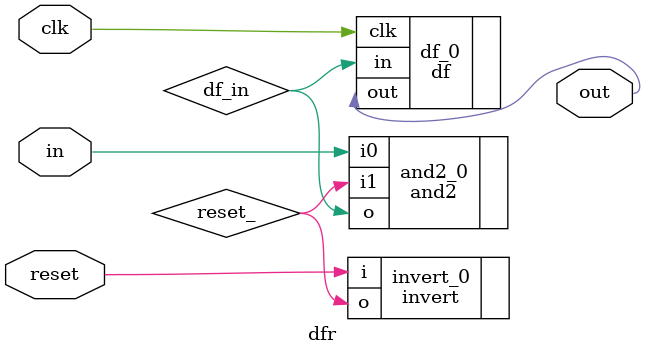
<source format=v>
module dfr (
    input wire clk,         // in clock signal
    input wire reset,       // in reset signal
    input wire in,          // in data signal
    
    output wire out         // out data signal
);

    wire reset_, df_in;

    invert invert_0 (
        .i(reset),
        .o(reset_)
    ); // Module

    and2 and2_0 (
        .i0(in),
        .i1(reset_),
        .o(df_in)
    ); // Module

    df df_0 (
        .clk(clk),
        .in(df_in),
        .out(out)
    ); // Module

endmodule
</source>
